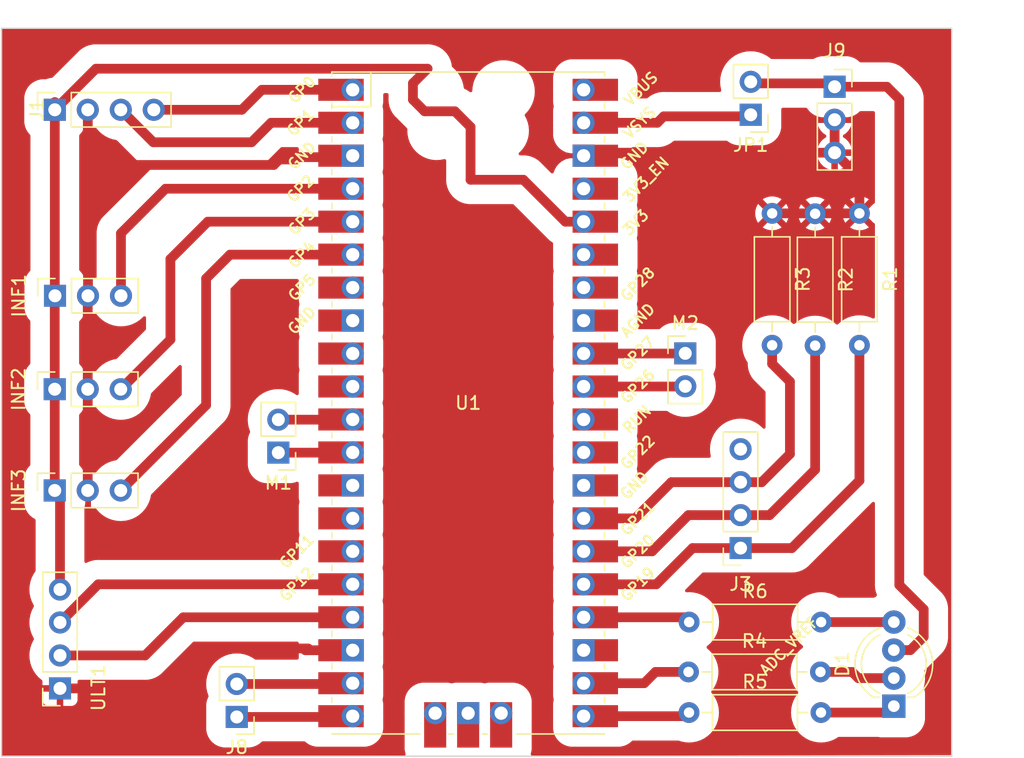
<source format=kicad_pcb>
(kicad_pcb (version 20221018) (generator pcbnew)
  (layers (0 "F.Cu" signal) (31 "B.Cu" signal) (34 "B.Paste" user) (35 "F.Paste" user) (36 "B.SilkS" user "B.Silkscreen") (37 "F.SilkS" user "F.Silkscreen") (38 "B.Mask" user) (39 "F.Mask" user) (44 "Edge.Cuts" user))
  (net 0 "")
  (net 1 "+5V")
  (net 2 "GND")
  (net 3 "Net-(D1-GK)")
  (net 4 "Net-(D1-RK)")
  (net 5 "Net-(D1-BK)")
  (net 6 "3V3")
  (net 7 "INF_L")
  (net 8 "INF_R")
  (net 9 "INF_F")
  (net 10 "RX")
  (net 11 "TX")
  (net 12 "ENB")
  (net 13 "ENA")
  (net 14 "Net-(JP1-A)")
  (net 19 "L_B")
  (net 20 "L_F")
  (net 34 "SW3")
  (net 35 "SW2")
  (net 36 "SW1")
  (net 37 "R_F")
  (net 38 "R_B")
  (net 41 "unconnected-(U1-AGND-Pad33)")
  (net 43 "R_LED")
  (net 44 "G_LED")
  (net 45 "B_LED")
  (net 46 "ECH")
  (net 47 "TRIG")
  (footprint "MCU_RaspberryPi_and_Boards:RPi_Pico_SMD_TH" (layer "F.Cu") (at 241.615 45.6)
    (fp_text reference "U1" (at 0 0) (layer "F.SilkS"))
    (fp_text value "Pico")
    (fp_text user "GP20" (at 13.054 11.43 45) (layer "F.SilkS") (effects (font (size 0.8 0.8))))
    (fp_text user "GP4" (at -12.8 -11.43 45) (layer "F.SilkS") (effects (font (size 0.8 0.8))))
    (fp_text user "AGND" (at 13.054 -6.35 45) (layer "F.SilkS") (effects (font (size 0.8 0.8))))
    (fp_text user "3V3_EN" (at 13.7 -17.2 45) (layer "F.SilkS") (effects (font (size 0.8 0.8))))
    (fp_text user "3V3" (at 12.9 -13.9 45) (layer "F.SilkS") (effects (font (size 0.8 0.8))))
    (fp_text user "GP1" (at -12.9 -21.6 45) (layer "F.SilkS") (effects (font (size 0.8 0.8))))
    (fp_text user "GP5" (at -12.8 -8.89 45) (layer "F.SilkS") (effects (font (size 0.8 0.8))))
    (fp_text user "VSYS" (at 13.2 -21.59 45) (layer "F.SilkS") (effects (font (size 0.8 0.8))))
    (fp_text user "GP21" (at 13.054 8.9 45) (layer "F.SilkS") (effects (font (size 0.8 0.8))))
    (fp_text user "GND" (at 12.8 6.35 45) (layer "F.SilkS") (effects (font (size 0.8 0.8))))
    (fp_text user "GP12" (at -13.2 13.97 45) (layer "F.SilkS") (effects (font (size 0.8 0.8))))
    (fp_text user "GP3" (at -12.8 -13.97 45) (layer "F.SilkS") (effects (font (size 0.8 0.8))))
    (fp_text user "GP2" (at -12.9 -16.51 45) (layer "F.SilkS") (effects (font (size 0.8 0.8))))
    (fp_text user "GP27" (at 13.054 -3.8 45) (layer "F.SilkS") (effects (font (size 0.8 0.8))))
    (fp_text user "RUN" (at 13 1.27 45) (layer "F.SilkS") (effects (font (size 0.8 0.8))))
    (fp_text user "ADC_VREF" (at 24.715 18.715 45) (layer "F.SilkS") (effects (font (size 0.8 0.8))))
    (fp_text user "GP19" (at 13.054 13.97 45) (layer "F.SilkS") (effects (font (size 0.8 0.8))))
    (fp_text user "GND" (at -12.8 -19.05 45) (layer "F.SilkS") (effects (font (size 0.8 0.8))))
    (fp_text user "GP26" (at 13.054 -1.27 45) (layer "F.SilkS") (effects (font (size 0.8 0.8))))
    (fp_text user "GP0" (at -12.8 -24.13 45) (layer "F.SilkS") (effects (font (size 0.8 0.8))))
    (fp_text user "GP22" (at 13.054 3.81 45) (layer "F.SilkS") (effects (font (size 0.8 0.8))))
    (fp_text user "VBUS" (at 13.3 -24.2 45) (layer "F.SilkS") (effects (font (size 0.8 0.8))))
    (fp_text user "GP11" (at -13.2 11.43 45) (layer "F.SilkS") (effects (font (size 0.8 0.8))))
    (fp_text user "GND" (at 12.8 -19.05 45) (layer "F.SilkS") (effects (font (size 0.8 0.8))))
    (fp_text user "GND" (at -12.8 -6.35 45) (layer "F.SilkS") (effects (font (size 0.8 0.8))))
    (fp_text user "GP28" (at 13.054 -9.144 45) (layer "F.SilkS") (effects (font (size 0.8 0.8))))
    (fp_line (start -10.5 -25.5) (end -10.5 -25.2) (stroke (width 0.12)) (layer "F.SilkS"))
    (fp_line (start -10.5 -25.5) (end 10.5 -25.5) (stroke (width 0.12)) (layer "F.SilkS"))
    (fp_line (start -10.5 -23.1) (end -10.5 -22.7) (stroke (width 0.12)) (layer "F.SilkS"))
    (fp_line (start -10.5 -22.833) (end -7.493 -22.833) (stroke (width 0.12)) (layer "F.SilkS"))
    (fp_line (start -10.5 -20.5) (end -10.5 -20.1) (stroke (width 0.12)) (layer "F.SilkS"))
    (fp_line (start -10.5 -18) (end -10.5 -17.6) (stroke (width 0.12)) (layer "F.SilkS"))
    (fp_line (start -10.5 -15.4) (end -10.5 -15) (stroke (width 0.12)) (layer "F.SilkS"))
    (fp_line (start -10.5 -12.9) (end -10.5 -12.5) (stroke (width 0.12)) (layer "F.SilkS"))
    (fp_line (start -10.5 -10.4) (end -10.5 -10) (stroke (width 0.12)) (layer "F.SilkS"))
    (fp_line (start -10.5 -7.8) (end -10.5 -7.4) (stroke (width 0.12)) (layer "F.SilkS"))
    (fp_line (start -10.5 -5.3) (end -10.5 -4.9) (stroke (width 0.12)) (layer "F.SilkS"))
    (fp_line (start -10.5 -2.7) (end -10.5 -2.3) (stroke (width 0.12)) (layer "F.SilkS"))
    (fp_line (start -10.5 -0.2) (end -10.5 0.2) (stroke (width 0.12)) (layer "F.SilkS"))
    (fp_line (start -10.5 2.3) (end -10.5 2.7) (stroke (width 0.12)) (layer "F.SilkS"))
    (fp_line (start -10.5 4.9) (end -10.5 5.3) (stroke (width 0.12)) (layer "F.SilkS"))
    (fp_line (start -10.5 7.4) (end -10.5 7.8) (stroke (width 0.12)) (layer "F.SilkS"))
    (fp_line (start -10.5 10) (end -10.5 10.4) (stroke (width 0.12)) (layer "F.SilkS"))
    (fp_line (start -10.5 12.5) (end -10.5 12.9) (stroke (width 0.12)) (layer "F.SilkS"))
    (fp_line (start -10.5 15.1) (end -10.5 15.5) (stroke (width 0.12)) (layer "F.SilkS"))
    (fp_line (start -10.5 17.6) (end -10.5 18) (stroke (width 0.12)) (layer "F.SilkS"))
    (fp_line (start -10.5 20.1) (end -10.5 20.5) (stroke (width 0.12)) (layer "F.SilkS"))
    (fp_line (start -10.5 22.7) (end -10.5 23.1) (stroke (width 0.12)) (layer "F.SilkS"))
    (fp_line (start -7.493 -22.833) (end -7.493 -25.5) (stroke (width 0.12)) (layer "F.SilkS"))
    (fp_line (start -3.7 25.5) (end -10.5 25.5) (stroke (width 0.12)) (layer "F.SilkS"))
    (fp_line (start -1.5 25.5) (end -1.1 25.5) (stroke (width 0.12)) (layer "F.SilkS"))
    (fp_line (start 1.1 25.5) (end 1.5 25.5) (stroke (width 0.12)) (layer "F.SilkS"))
    (fp_line (start 10.5 -25.5) (end 10.5 -25.2) (stroke (width 0.12)) (layer "F.SilkS"))
    (fp_line (start 10.5 -23.1) (end 10.5 -22.7) (stroke (width 0.12)) (layer "F.SilkS"))
    (fp_line (start 10.5 -20.5) (end 10.5 -20.1) (stroke (width 0.12)) (layer "F.SilkS"))
    (fp_line (start 10.5 -18) (end 10.5 -17.6) (stroke (width 0.12)) (layer "F.SilkS"))
    (fp_line (start 10.5 -15.4) (end 10.5 -15) (stroke (width 0.12)) (layer "F.SilkS"))
    (fp_line (start 10.5 -12.9) (end 10.5 -12.5) (stroke (width 0.12)) (layer "F.SilkS"))
    (fp_line (start 10.5 -10.4) (end 10.5 -10) (stroke (width 0.12)) (layer "F.SilkS"))
    (fp_line (start 10.5 -7.8) (end 10.5 -7.4) (stroke (width 0.12)) (layer "F.SilkS"))
    (fp_line (start 10.5 -5.3) (end 10.5 -4.9) (stroke (width 0.12)) (layer "F.SilkS"))
    (fp_line (start 10.5 -2.7) (end 10.5 -2.3) (stroke (width 0.12)) (layer "F.SilkS"))
    (fp_line (start 10.5 -0.2) (end 10.5 0.2) (stroke (width 0.12)) (layer "F.SilkS"))
    (fp_line (start 10.5 2.3) (end 10.5 2.7) (stroke (width 0.12)) (layer "F.SilkS"))
    (fp_line (start 10.5 4.9) (end 10.5 5.3) (stroke (width 0.12)) (layer "F.SilkS"))
    (fp_line (start 10.5 7.4) (end 10.5 7.8) (stroke (width 0.12)) (layer "F.SilkS"))
    (fp_line (start 10.5 10) (end 10.5 10.4) (stroke (width 0.12)) (layer "F.SilkS"))
    (fp_line (start 10.5 12.5) (end 10.5 12.9) (stroke (width 0.12)) (layer "F.SilkS"))
    (fp_line (start 10.5 15.1) (end 10.5 15.5) (stroke (width 0.12)) (layer "F.SilkS"))
    (fp_line (start 10.5 17.6) (end 10.5 18) (stroke (width 0.12)) (layer "F.SilkS"))
    (fp_line (start 10.5 20.1) (end 10.5 20.5) (stroke (width 0.12)) (layer "F.SilkS"))
    (fp_line (start 10.5 22.7) (end 10.5 23.1) (stroke (width 0.12)) (layer "F.SilkS"))
    (fp_line (start 10.5 25.5) (end 3.7 25.5) (stroke (width 0.12)) (layer "F.SilkS"))
    (pad "" np_thru_hole oval (at -2.725 -24) (size 1.8 1.8) (drill 1.8) (layers "*.Cu" "*.Mask"))
    (pad "" np_thru_hole oval (at -2.425 -20.97) (size 1.5 1.5) (drill 1.5) (layers "*.Cu" "*.Mask"))
    (pad "" np_thru_hole oval (at 2.425 -20.97) (size 1.5 1.5) (drill 1.5) (layers "*.Cu" "*.Mask"))
    (pad "" np_thru_hole oval (at 2.725 -24) (size 1.8 1.8) (drill 1.8) (layers "*.Cu" "*.Mask"))
    (pad "1" thru_hole oval (at -8.89 -24.13) (size 1.7 1.7) (drill 1.02) (layers "*.Cu" "*.Mask") (net 11 "TX"))
    (pad "1" smd rect (at -8.89 -24.13) (size 3.5 1.7) (drill (offset -0.9 0)) (layers "F.Cu" "F.Mask") (net 11 "TX"))
    (pad "2" thru_hole oval (at -8.89 -21.59) (size 1.7 1.7) (drill 1.02) (layers "*.Cu" "*.Mask") (net 10 "RX"))
    (pad "2" smd rect (at -8.89 -21.59) (size 3.5 1.7) (drill (offset -0.9 0)) (layers "F.Cu" "F.Mask") (net 10 "RX"))
    (pad "3" thru_hole rect (at -8.89 -19.05) (size 1.7 1.7) (drill 1.02) (layers "*.Cu" "*.Mask"))
    (pad "3" smd rect (at -8.89 -19.05) (size 3.5 1.7) (drill (offset -0.9 0)) (layers "F.Cu" "F.Mask"))
    (pad "4" thru_hole oval (at -8.89 -16.51) (size 1.7 1.7) (drill 1.02) (layers "*.Cu" "*.Mask") (net 7 "INF_L"))
    (pad "4" smd rect (at -8.89 -16.51) (size 3.5 1.7) (drill (offset -0.9 0)) (layers "F.Cu" "F.Mask") (net 7 "INF_L"))
    (pad "5" thru_hole oval (at -8.89 -13.97) (size 1.7 1.7) (drill 1.02) (layers "*.Cu" "*.Mask") (net 8 "INF_R"))
    (pad "5" smd rect (at -8.89 -13.97) (size 3.5 1.7) (drill (offset -0.9 0)) (layers "F.Cu" "F.Mask") (net 8 "INF_R"))
    (pad "6" thru_hole oval (at -8.89 -11.43) (size 1.7 1.7) (drill 1.02) (layers "*.Cu" "*.Mask") (net 9 "INF_F"))
    (pad "6" smd rect (at -8.89 -11.43) (size 3.5 1.7) (drill (offset -0.9 0)) (layers "F.Cu" "F.Mask") (net 9 "INF_F"))
    (pad "7" thru_hole oval (at -8.89 -8.89) (size 1.7 1.7) (drill 1.02) (layers "*.Cu" "*.Mask"))
    (pad "7" smd rect (at -8.89 -8.89) (size 3.5 1.7) (drill (offset -0.9 0)) (layers "F.Cu" "F.Mask"))
    (pad "8" thru_hole rect (at -8.89 -6.35) (size 1.7 1.7) (drill 1.02) (layers "*.Cu" "*.Mask"))
    (pad "8" smd rect (at -8.89 -6.35) (size 3.5 1.7) (drill (offset -0.9 0)) (layers "F.Cu" "F.Mask"))
    (pad "9" thru_hole oval (at -8.89 -3.81) (size 1.7 1.7) (drill 1.02) (layers "*.Cu" "*.Mask"))
    (pad "9" smd rect (at -8.89 -3.81) (size 3.5 1.7) (drill (offset -0.9 0)) (layers "F.Cu" "F.Mask"))
    (pad "10" thru_hole oval (at -8.89 -1.27) (size 1.7 1.7) (drill 1.02) (layers "*.Cu" "*.Mask"))
    (pad "10" smd rect (at -8.89 -1.27) (size 3.5 1.7) (drill (offset -0.9 0)) (layers "F.Cu" "F.Mask"))
    (pad "11" thru_hole oval (at -8.89 1.27) (size 1.7 1.7) (drill 1.02) (layers "*.Cu" "*.Mask") (net 20 "L_F"))
    (pad "11" smd rect (at -8.89 1.27) (size 3.5 1.7) (drill (offset -0.9 0)) (layers "F.Cu" "F.Mask") (net 20 "L_F"))
    (pad "12" thru_hole oval (at -8.89 3.81) (size 1.7 1.7) (drill 1.02) (layers "*.Cu" "*.Mask") (net 19 "L_B"))
    (pad "12" smd rect (at -8.89 3.81) (size 3.5 1.7) (drill (offset -0.9 0)) (layers "F.Cu" "F.Mask") (net 19 "L_B"))
    (pad "13" thru_hole rect (at -8.89 6.35) (size 1.7 1.7) (drill 1.02) (layers "*.Cu" "*.Mask"))
    (pad "13" smd rect (at -8.89 6.35) (size 3.5 1.7) (drill (offset -0.9 0)) (layers "F.Cu" "F.Mask"))
    (pad "14" thru_hole oval (at -8.89 8.89) (size 1.7 1.7) (drill 1.02) (layers "*.Cu" "*.Mask"))
    (pad "14" smd rect (at -8.89 8.89) (size 3.5 1.7) (drill (offset -0.9 0)) (layers "F.Cu" "F.Mask"))
    (pad "15" thru_hole oval (at -8.89 11.43) (size 1.7 1.7) (drill 1.02) (layers "*.Cu" "*.Mask"))
    (pad "15" smd rect (at -8.89 11.43) (size 3.5 1.7) (drill (offset -0.9 0)) (layers "F.Cu" "F.Mask"))
    (pad "16" thru_hole oval (at -8.89 13.97) (size 1.7 1.7) (drill 1.02) (layers "*.Cu" "*.Mask") (net 47 "TRIG"))
    (pad "16" smd rect (at -8.89 13.97) (size 3.5 1.7) (drill (offset -0.9 0)) (layers "F.Cu" "F.Mask") (net 47 "TRIG"))
    (pad "17" thru_hole oval (at -8.89 16.51) (size 1.7 1.7) (drill 1.02) (layers "*.Cu" "*.Mask") (net 46 "ECH"))
    (pad "17" smd rect (at -8.89 16.51) (size 3.5 1.7) (drill (offset -0.9 0)) (layers "F.Cu" "F.Mask") (net 46 "ECH"))
    (pad "18" thru_hole rect (at -8.89 19.05) (size 1.7 1.7) (drill 1.02) (layers "*.Cu" "*.Mask"))
    (pad "18" smd rect (at -8.89 19.05) (size 3.5 1.7) (drill (offset -0.9 0)) (layers "F.Cu" "F.Mask"))
    (pad "19" thru_hole oval (at -8.89 21.59) (size 1.7 1.7) (drill 1.02) (layers "*.Cu" "*.Mask") (net 13 "ENA"))
    (pad "19" smd rect (at -8.89 21.59) (size 3.5 1.7) (drill (offset -0.9 0)) (layers "F.Cu" "F.Mask") (net 13 "ENA"))
    (pad "20" thru_hole oval (at -8.89 24.13) (size 1.7 1.7) (drill 1.02) (layers "*.Cu" "*.Mask") (net 12 "ENB"))
    (pad "20" smd rect (at -8.89 24.13) (size 3.5 1.7) (drill (offset -0.9 0)) (layers "F.Cu" "F.Mask") (net 12 "ENB"))
    (pad "21" thru_hole oval (at 8.89 24.13) (size 1.7 1.7) (drill 1.02) (layers "*.Cu" "*.Mask") (net 44 "G_LED"))
    (pad "21" smd rect (at 8.89 24.13) (size 3.5 1.7) (drill (offset 0.9 0)) (layers "F.Cu" "F.Mask") (net 44 "G_LED"))
    (pad "22" thru_hole oval (at 8.89 21.59) (size 1.7 1.7) (drill 1.02) (layers "*.Cu" "*.Mask") (net 43 "R_LED"))
    (pad "22" smd rect (at 8.89 21.59) (size 3.5 1.7) (drill (offset 0.9 0)) (layers "F.Cu" "F.Mask") (net 43 "R_LED"))
    (pad "23" thru_hole rect (at 8.89 19.05) (size 1.7 1.7) (drill 1.02) (layers "*.Cu" "*.Mask"))
    (pad "23" smd rect (at 8.89 19.05) (size 3.5 1.7) (drill (offset 0.9 0)) (layers "F.Cu" "F.Mask"))
    (pad "24" thru_hole oval (at 8.89 16.51) (size 1.7 1.7) (drill 1.02) (layers "*.Cu" "*.Mask") (net 45 "B_LED"))
    (pad "24" smd rect (at 8.89 16.51) (size 3.5 1.7) (drill (offset 0.9 0)) (layers "F.Cu" "F.Mask") (net 45 "B_LED"))
    (pad "25" thru_hole oval (at 8.89 13.97) (size 1.7 1.7) (drill 1.02) (layers "*.Cu" "*.Mask") (net 34 "SW3"))
    (pad "25" smd rect (at 8.89 13.97) (size 3.5 1.7) (drill (offset 0.9 0)) (layers "F.Cu" "F.Mask") (net 34 "SW3"))
    (pad "26" thru_hole oval (at 8.89 11.43) (size 1.7 1.7) (drill 1.02) (layers "*.Cu" "*.Mask") (net 35 "SW2"))
    (pad "26" smd rect (at 8.89 11.43) (size 3.5 1.7) (drill (offset 0.9 0)) (layers "F.Cu" "F.Mask") (net 35 "SW2"))
    (pad "27" thru_hole oval (at 8.89 8.89) (size 1.7 1.7) (drill 1.02) (layers "*.Cu" "*.Mask") (net 36 "SW1"))
    (pad "27" smd rect (at 8.89 8.89) (size 3.5 1.7) (drill (offset 0.9 0)) (layers "F.Cu" "F.Mask") (net 36 "SW1"))
    (pad "28" thru_hole rect (at 8.89 6.35) (size 1.7 1.7) (drill 1.02) (layers "*.Cu" "*.Mask"))
    (pad "28" smd rect (at 8.89 6.35) (size 3.5 1.7) (drill (offset 0.9 0)) (layers "F.Cu" "F.Mask"))
    (pad "29" thru_hole oval (at 8.89 3.81) (size 1.7 1.7) (drill 1.02) (layers "*.Cu" "*.Mask"))
    (pad "29" smd rect (at 8.89 3.81) (size 3.5 1.7) (drill (offset 0.9 0)) (layers "F.Cu" "F.Mask"))
    (pad "30" thru_hole oval (at 8.89 1.27) (size 1.7 1.7) (drill 1.02) (layers "*.Cu" "*.Mask"))
    (pad "30" smd rect (at 8.89 1.27) (size 3.5 1.7) (drill (offset 0.9 0)) (layers "F.Cu" "F.Mask"))
    (pad "31" thru_hole oval (at 8.89 -1.27) (size 1.7 1.7) (drill 1.02) (layers "*.Cu" "*.Mask") (net 38 "R_B"))
    (pad "31" smd rect (at 8.89 -1.27) (size 3.5 1.7) (drill (offset 0.9 0)) (layers "F.Cu" "F.Mask") (net 38 "R_B"))
    (pad "32" thru_hole oval (at 8.89 -3.81) (size 1.7 1.7) (drill 1.02) (layers "*.Cu" "*.Mask") (net 37 "R_F"))
    (pad "32" smd rect (at 8.89 -3.81) (size 3.5 1.7) (drill (offset 0.9 0)) (layers "F.Cu" "F.Mask") (net 37 "R_F"))
    (pad "33" thru_hole rect (at 8.89 -6.35) (size 1.7 1.7) (drill 1.02) (layers "*.Cu" "*.Mask") (net 41 "unconnected-(U1-AGND-Pad33)"))
    (pad "33" smd rect (at 8.89 -6.35) (size 3.5 1.7) (drill (offset 0.9 0)) (layers "F.Cu" "F.Mask") (net 41 "unconnected-(U1-AGND-Pad33)"))
    (pad "34" thru_hole oval (at 8.89 -8.89) (size 1.7 1.7) (drill 1.02) (layers "*.Cu" "*.Mask"))
    (pad "34" smd rect (at 8.89 -8.89) (size 3.5 1.7) (drill (offset 0.9 0)) (layers "F.Cu" "F.Mask"))
    (pad "35" thru_hole oval (at 8.89 -11.43) (size 1.7 1.7) (drill 1.02) (layers "*.Cu" "*.Mask"))
    (pad "35" smd rect (at 8.89 -11.43) (size 3.5 1.7) (drill (offset 0.9 0)) (layers "F.Cu" "F.Mask"))
    (pad "36" thru_hole oval (at 8.89 -13.97) (size 1.7 1.7) (drill 1.02) (layers "*.Cu" "*.Mask") (net 6 "3V3"))
    (pad "36" smd rect (at 8.89 -13.97) (size 3.5 1.7) (drill (offset 0.9 0)) (layers "F.Cu" "F.Mask") (net 6 "3V3"))
    (pad "37" thru_hole oval (at 8.89 -16.51) (size 1.7 1.7) (drill 1.02) (layers "*.Cu" "*.Mask"))
    (pad "37" smd rect (at 8.89 -16.51) (size 3.5 1.7) (drill (offset 0.9 0)) (layers "F.Cu" "F.Mask"))
    (pad "38" thru_hole rect (at 8.89 -19.05) (size 1.7 1.7) (drill 1.02) (layers "*.Cu" "*.Mask") (net 2 "GND"))
    (pad "38" smd rect (at 8.89 -19.05) (size 3.5 1.7) (drill (offset 0.9 0)) (layers "F.Cu" "F.Mask") (net 2 "GND"))
    (pad "39" thru_hole oval (at 8.89 -21.59) (size 1.7 1.7) (drill 1.02) (layers "*.Cu" "*.Mask") (net 14 "Net-(JP1-A)"))
    (pad "39" smd rect (at 8.89 -21.59) (size 3.5 1.7) (drill (offset 0.9 0)) (layers "F.Cu" "F.Mask") (net 14 "Net-(JP1-A)"))
    (pad "40" thru_hole oval (at 8.89 -24.13) (size 1.7 1.7) (drill 1.02) (layers "*.Cu" "*.Mask"))
    (pad "40" smd rect (at 8.89 -24.13) (size 3.5 1.7) (drill (offset 0.9 0)) (layers "F.Cu" "F.Mask"))
    (pad "41" thru_hole oval (at -2.54 23.9) (size 1.7 1.7) (drill 1.02) (layers "*.Cu" "*.Mask"))
    (pad "41" smd rect (at -2.54 23.9 90) (size 3.5 1.7) (drill (offset -0.9 0)) (layers "F.Cu" "F.Mask"))
    (pad "42" thru_hole rect (at 0 23.9) (size 1.7 1.7) (drill 1.02) (layers "*.Cu" "*.Mask"))
    (pad "42" smd rect (at 0 23.9 90) (size 3.5 1.7) (drill (offset -0.9 0)) (layers "F.Cu" "F.Mask"))
    (pad "43" thru_hole oval (at 2.54 23.9) (size 1.7 1.7) (drill 1.02) (layers "*.Cu" "*.Mask"))
    (pad "43" smd rect (at 2.54 23.9 90) (size 3.5 1.7) (drill (offset -0.9 0)) (layers "F.Cu" "F.Mask"))
  )
  (footprint "Resistor_THT:R_Axial_DIN0207_L6.3mm_D2.5mm_P10.16mm_Horizontal" (layer "F.Cu") (at 258.62 69.45)
    (fp_text reference "R5" (at 5.08 -2.37) (layer "F.SilkS"))
    (fp_text value "220")
    (fp_line (start 1.04 0) (end 1.81 0) (stroke (width 0.12)) (layer "F.SilkS"))
    (fp_line (start 1.81 -1.37) (end 1.81 1.37) (stroke (width 0.12)) (layer "F.SilkS"))
    (fp_line (start 1.81 1.37) (end 8.35 1.37) (stroke (width 0.12)) (layer "F.SilkS"))
    (fp_line (start 8.35 -1.37) (end 1.81 -1.37) (stroke (width 0.12)) (layer "F.SilkS"))
    (fp_line (start 8.35 1.37) (end 8.35 -1.37) (stroke (width 0.12)) (layer "F.SilkS"))
    (fp_line (start 9.12 0) (end 8.35 0) (stroke (width 0.12)) (layer "F.SilkS"))
    (pad "1" thru_hole circle (at 0 0) (size 1.6 1.6) (drill 0.8) (layers "*.Cu" "*.Mask") (net 44 "G_LED"))
    (pad "2" thru_hole oval (at 10.16 0) (size 1.6 1.6) (drill 0.8) (layers "*.Cu" "*.Mask") (net 3 "Net-(D1-GK)"))
  )
  (footprint "Connector_PinHeader_2.54mm:PinHeader_1x02_P2.54mm_Vertical" (layer "F.Cu") (at 258.33 41.775)
    (fp_text reference "M2" (at 0 -2.33) (layer "F.SilkS"))
    (fp_text value "MotorR_B/F" hide)
    (fp_line (start -1.33 -1.33) (end 0 -1.33) (stroke (width 0.12)) (layer "F.SilkS"))
    (fp_line (start -1.33 0) (end -1.33 -1.33) (stroke (width 0.12)) (layer "F.SilkS"))
    (fp_line (start -1.33 1.27) (end -1.33 3.87) (stroke (width 0.12)) (layer "F.SilkS"))
    (fp_line (start -1.33 1.27) (end 1.33 1.27) (stroke (width 0.12)) (layer "F.SilkS"))
    (fp_line (start -1.33 3.87) (end 1.33 3.87) (stroke (width 0.12)) (layer "F.SilkS"))
    (fp_line (start 1.33 1.27) (end 1.33 3.87) (stroke (width 0.12)) (layer "F.SilkS"))
    (pad "1" thru_hole rect (at 0 0) (size 1.7 1.7) (drill 1) (layers "*.Cu" "*.Mask") (net 37 "R_F"))
    (pad "2" thru_hole oval (at 0 2.54) (size 1.7 1.7) (drill 1) (layers "*.Cu" "*.Mask") (net 38 "R_B"))
  )
  (footprint "Connector_PinHeader_2.54mm:PinHeader_1x02_P2.54mm_Vertical" (layer "F.Cu") (at 227 49.425 180)
    (fp_text reference "M1" (at 0 -2.33) (layer "F.SilkS"))
    (fp_text value "MotorL_F/B" hide)
    (fp_line (start -1.33 -1.33) (end 0 -1.33) (stroke (width 0.12)) (layer "F.SilkS"))
    (fp_line (start -1.33 0) (end -1.33 -1.33) (stroke (width 0.12)) (layer "F.SilkS"))
    (fp_line (start -1.33 1.27) (end -1.33 3.87) (stroke (width 0.12)) (layer "F.SilkS"))
    (fp_line (start -1.33 1.27) (end 1.33 1.27) (stroke (width 0.12)) (layer "F.SilkS"))
    (fp_line (start -1.33 3.87) (end 1.33 3.87) (stroke (width 0.12)) (layer "F.SilkS"))
    (fp_line (start 1.33 1.27) (end 1.33 3.87) (stroke (width 0.12)) (layer "F.SilkS"))
    (pad "1" thru_hole rect (at 0 0 180) (size 1.7 1.7) (drill 1) (layers "*.Cu" "*.Mask") (net 19 "L_B"))
    (pad "2" thru_hole oval (at 0 2.54 180) (size 1.7 1.7) (drill 1) (layers "*.Cu" "*.Mask") (net 20 "L_F"))
  )
  (footprint "Connector_PinHeader_2.54mm:PinHeader_1x02_P2.54mm_Vertical" (layer "F.Cu") (at 223.8 69.79 180)
    (fp_text reference "J8" (at 0 -2.33) (layer "F.SilkS"))
    (fp_text value "ENA/B")
    (fp_line (start -1.33 -1.33) (end 0 -1.33) (stroke (width 0.12)) (layer "F.SilkS"))
    (fp_line (start -1.33 0) (end -1.33 -1.33) (stroke (width 0.12)) (layer "F.SilkS"))
    (fp_line (start -1.33 1.27) (end -1.33 3.87) (stroke (width 0.12)) (layer "F.SilkS"))
    (fp_line (start -1.33 1.27) (end 1.33 1.27) (stroke (width 0.12)) (layer "F.SilkS"))
    (fp_line (start -1.33 3.87) (end 1.33 3.87) (stroke (width 0.12)) (layer "F.SilkS"))
    (fp_line (start 1.33 1.27) (end 1.33 3.87) (stroke (width 0.12)) (layer "F.SilkS"))
    (pad "1" thru_hole rect (at 0 0 180) (size 1.7 1.7) (drill 1) (layers "*.Cu" "*.Mask") (net 12 "ENB"))
    (pad "2" thru_hole oval (at 0 2.54 180) (size 1.7 1.7) (drill 1) (layers "*.Cu" "*.Mask") (net 13 "ENA"))
  )
  (footprint "Connector_PinSocket_2.54mm:PinSocket_1x04_P2.54mm_Vertical" (layer "F.Cu") (at 262.59 56.78 180)
    (fp_text reference "J3" (at 0 -2.77) (layer "F.SilkS"))
    (fp_text value "SW")
    (fp_line (start -1.33 1.27) (end -1.33 8.95) (stroke (width 0.12)) (layer "F.SilkS"))
    (fp_line (start -1.33 1.27) (end 1.33 1.27) (stroke (width 0.12)) (layer "F.SilkS"))
    (fp_line (start -1.33 8.95) (end 1.33 8.95) (stroke (width 0.12)) (layer "F.SilkS"))
    (fp_line (start 0 -1.33) (end 1.33 -1.33) (stroke (width 0.12)) (layer "F.SilkS"))
    (fp_line (start 1.33 -1.33) (end 1.33 0) (stroke (width 0.12)) (layer "F.SilkS"))
    (fp_line (start 1.33 1.27) (end 1.33 8.95) (stroke (width 0.12)) (layer "F.SilkS"))
    (pad "1" thru_hole rect (at 0 0 180) (size 1.7 1.7) (drill 1) (layers "*.Cu" "*.Mask") (net 2 "GND"))
    (pad "2" thru_hole circle (at 0 2.54 180) (size 1.7 1.7) (drill 1) (layers "*.Cu" "B.Mask") (net 34 "SW3"))
    (pad "3" thru_hole oval (at 0 5.08 180) (size 1.7 1.7) (drill 1) (layers "*.Cu" "*.Mask") (net 35 "SW2"))
    (pad "4" thru_hole oval (at 0 7.62 180) (size 1.7 1.7) (drill 1) (layers "*.Cu" "*.Mask") (net 36 "SW1"))
  )
  (footprint "Resistor_THT:R_Axial_DIN0207_L6.3mm_D2.5mm_P10.16mm_Horizontal" (layer "F.Cu") (at 258.58 66.32)
    (fp_text reference "R4" (at 5.08 -2.37) (layer "F.SilkS"))
    (fp_text value "220")
    (fp_line (start 1.04 0) (end 1.81 0) (stroke (width 0.12)) (layer "F.SilkS"))
    (fp_line (start 1.81 -1.37) (end 1.81 1.37) (stroke (width 0.12)) (layer "F.SilkS"))
    (fp_line (start 1.81 1.37) (end 8.35 1.37) (stroke (width 0.12)) (layer "F.SilkS"))
    (fp_line (start 8.35 -1.37) (end 1.81 -1.37) (stroke (width 0.12)) (layer "F.SilkS"))
    (fp_line (start 8.35 1.37) (end 8.35 -1.37) (stroke (width 0.12)) (layer "F.SilkS"))
    (fp_line (start 9.12 0) (end 8.35 0) (stroke (width 0.12)) (layer "F.SilkS"))
    (pad "1" thru_hole circle (at 0 0) (size 1.6 1.6) (drill 0.8) (layers "*.Cu" "*.Mask") (net 43 "R_LED"))
    (pad "2" thru_hole oval (at 10.16 0) (size 1.6 1.6) (drill 0.8) (layers "*.Cu" "*.Mask") (net 4 "Net-(D1-RK)"))
  )
  (footprint "Connector_PinHeader_2.54mm:PinHeader_1x02_P2.54mm_Vertical" (layer "F.Cu") (at 263.37 23.395 180)
    (fp_text reference "JP1" (at 0 -2.33) (layer "F.SilkS"))
    (fp_text value "Jumper_2_Open" hide)
    (fp_line (start -1.33 -1.33) (end 0 -1.33) (stroke (width 0.12)) (layer "F.SilkS"))
    (fp_line (start -1.33 0) (end -1.33 -1.33) (stroke (width 0.12)) (layer "F.SilkS"))
    (fp_line (start -1.33 1.27) (end -1.33 3.87) (stroke (width 0.12)) (layer "F.SilkS"))
    (fp_line (start -1.33 1.27) (end 1.33 1.27) (stroke (width 0.12)) (layer "F.SilkS"))
    (fp_line (start -1.33 3.87) (end 1.33 3.87) (stroke (width 0.12)) (layer "F.SilkS"))
    (fp_line (start 1.33 1.27) (end 1.33 3.87) (stroke (width 0.12)) (layer "F.SilkS"))
    (pad "1" thru_hole rect (at 0 0 180) (size 1.7 1.7) (drill 1) (layers "*.Cu" "*.Mask") (net 14 "Net-(JP1-A)"))
    (pad "2" thru_hole oval (at 0 2.54 180) (size 1.7 1.7) (drill 1) (layers "*.Cu" "*.Mask") (net 1 "+5V"))
  )
  (footprint "Connector_PinSocket_2.54mm:PinSocket_1x03_P2.54mm_Vertical" (layer "F.Cu") (at 269.83 21.235)
    (fp_text reference "J9" (at 0 -2.77) (layer "F.SilkS"))
    (fp_text value "VCC/GND")
    (fp_line (start -1.33 1.27) (end -1.33 6.41) (stroke (width 0.12)) (layer "F.SilkS"))
    (fp_line (start -1.33 1.27) (end 1.33 1.27) (stroke (width 0.12)) (layer "F.SilkS"))
    (fp_line (start -1.33 6.41) (end 1.33 6.41) (stroke (width 0.12)) (layer "F.SilkS"))
    (fp_line (start 0 -1.33) (end 1.33 -1.33) (stroke (width 0.12)) (layer "F.SilkS"))
    (fp_line (start 1.33 -1.33) (end 1.33 0) (stroke (width 0.12)) (layer "F.SilkS"))
    (fp_line (start 1.33 1.27) (end 1.33 6.41) (stroke (width 0.12)) (layer "F.SilkS"))
    (pad "1" thru_hole rect (at 0 0) (size 1.7 1.7) (drill 1) (layers "*.Cu" "*.Mask") (net 1 "+5V"))
    (pad "2" thru_hole oval (at 0 2.54) (size 1.7 1.7) (drill 1) (layers "*.Cu" "*.Mask") (net 2 "GND"))
    (pad "3" thru_hole oval (at 0 5.08) (size 1.7 1.7) (drill 1) (layers "*.Cu" "*.Mask") (net 2 "GND"))
  )
  (footprint "Resistor_THT:R_Axial_DIN0207_L6.3mm_D2.5mm_P10.16mm_Horizontal" (layer "F.Cu") (at 258.63 62.48)
    (fp_text reference "R6" (at 5.08 -2.37) (layer "F.SilkS"))
    (fp_text value "220")
    (fp_line (start 1.04 0) (end 1.81 0) (stroke (width 0.12)) (layer "F.SilkS"))
    (fp_line (start 1.81 -1.37) (end 1.81 1.37) (stroke (width 0.12)) (layer "F.SilkS"))
    (fp_line (start 1.81 1.37) (end 8.35 1.37) (stroke (width 0.12)) (layer "F.SilkS"))
    (fp_line (start 8.35 -1.37) (end 1.81 -1.37) (stroke (width 0.12)) (layer "F.SilkS"))
    (fp_line (start 8.35 1.37) (end 8.35 -1.37) (stroke (width 0.12)) (layer "F.SilkS"))
    (fp_line (start 9.12 0) (end 8.35 0) (stroke (width 0.12)) (layer "F.SilkS"))
    (pad "1" thru_hole circle (at 0 0) (size 1.6 1.6) (drill 0.8) (layers "*.Cu" "*.Mask") (net 45 "B_LED"))
    (pad "2" thru_hole oval (at 10.16 0) (size 1.6 1.6) (drill 0.8) (layers "*.Cu" "*.Mask") (net 5 "Net-(D1-BK)"))
  )
  (footprint "Connector_PinSocket_2.54mm:PinSocket_1x03_P2.54mm_Vertical" (layer "F.Cu") (at 209.805 37.34 90)
    (fp_text reference "INF1" (at 0 -2.77 90) (layer "F.SilkS"))
    (fp_text value "Infrarrojo_L")
    (fp_line (start -1.33 1.27) (end -1.33 6.41) (stroke (width 0.12)) (layer "F.SilkS"))
    (fp_line (start -1.33 1.27) (end 1.33 1.27) (stroke (width 0.12)) (layer "F.SilkS"))
    (fp_line (start -1.33 6.41) (end 1.33 6.41) (stroke (width 0.12)) (layer "F.SilkS"))
    (fp_line (start 0 -1.33) (end 1.33 -1.33) (stroke (width 0.12)) (layer "F.SilkS"))
    (fp_line (start 1.33 -1.33) (end 1.33 0) (stroke (width 0.12)) (layer "F.SilkS"))
    (fp_line (start 1.33 1.27) (end 1.33 6.41) (stroke (width 0.12)) (layer "F.SilkS"))
    (pad "1" thru_hole rect (at 0 0 90) (size 1.7 1.7) (drill 1) (layers "*.Cu" "*.Mask") (net 6 "3V3"))
    (pad "2" thru_hole oval (at 0 2.54 90) (size 1.7 1.7) (drill 1) (layers "*.Cu" "*.Mask") (net 2 "GND"))
    (pad "3" thru_hole oval (at 0 5.08 90) (size 1.7 1.7) (drill 1) (layers "*.Cu" "*.Mask") (net 7 "INF_L"))
  )
  (footprint "Resistor_THT:R_Axial_DIN0207_L6.3mm_D2.5mm_P10.16mm_Horizontal" (layer "F.Cu") (at 265.02 30.99 -90)
    (fp_text reference "R3" (at 5.08 -2.37 90) (layer "F.SilkS"))
    (fp_text value "R")
    (fp_line (start 1.04 0) (end 1.81 0) (stroke (width 0.12)) (layer "F.SilkS"))
    (fp_line (start 1.81 -1.37) (end 1.81 1.37) (stroke (width 0.12)) (layer "F.SilkS"))
    (fp_line (start 1.81 1.37) (end 8.35 1.37) (stroke (width 0.12)) (layer "F.SilkS"))
    (fp_line (start 8.35 -1.37) (end 1.81 -1.37) (stroke (width 0.12)) (layer "F.SilkS"))
    (fp_line (start 8.35 1.37) (end 8.35 -1.37) (stroke (width 0.12)) (layer "F.SilkS"))
    (fp_line (start 9.12 0) (end 8.35 0) (stroke (width 0.12)) (layer "F.SilkS"))
    (pad "1" thru_hole circle (at 0 0 270) (size 1.6 1.6) (drill 0.8) (layers "*.Cu" "*.Mask") (net 2 "GND"))
    (pad "2" thru_hole oval (at 10.16 0 270) (size 1.6 1.6) (drill 0.8) (layers "*.Cu" "*.Mask") (net 36 "SW1"))
  )
  (footprint "Connector_PinSocket_2.54mm:PinSocket_1x04_P2.54mm_Vertical" (layer "F.Cu") (at 210.19 67.59 180)
    (fp_text reference "ULT1" (at -2.96 0.04 90) (layer "F.SilkS"))
    (fp_text value "HC_SR04" hide)
    (fp_line (start -1.33 1.27) (end -1.33 8.95) (stroke (width 0.12)) (layer "F.SilkS"))
    (fp_line (start -1.33 1.27) (end 1.33 1.27) (stroke (width 0.12)) (layer "F.SilkS"))
    (fp_line (start -1.33 8.95) (end 1.33 8.95) (stroke (width 0.12)) (layer "F.SilkS"))
    (fp_line (start 0 -1.33) (end 1.33 -1.33) (stroke (width 0.12)) (layer "F.SilkS"))
    (fp_line (start 1.33 -1.33) (end 1.33 0) (stroke (width 0.12)) (layer "F.SilkS"))
    (fp_line (start 1.33 1.27) (end 1.33 8.95) (stroke (width 0.12)) (layer "F.SilkS"))
    (pad "1" thru_hole rect (at 0 0 180) (size 1.7 1.7) (drill 1) (layers "*.Cu" "*.Mask") (net 2 "GND"))
    (pad "2" thru_hole oval (at 0 2.54 180) (size 1.7 1.7) (drill 1) (layers "*.Cu" "*.Mask") (net 46 "ECH"))
    (pad "3" thru_hole oval (at 0 5.08 180) (size 1.7 1.7) (drill 1) (layers "*.Cu" "*.Mask") (net 47 "TRIG"))
    (pad "4" thru_hole oval (at 0 7.62 180) (size 1.7 1.7) (drill 1) (layers "*.Cu" "*.Mask") (net 6 "3V3"))
  )
  (footprint "Resistor_THT:R_Axial_DIN0207_L6.3mm_D2.5mm_P10.16mm_Horizontal" (layer "F.Cu") (at 271.74 30.99 -90)
    (fp_text reference "R1" (at 5.08 -2.37 90) (layer "F.SilkS"))
    (fp_text value "R")
    (fp_line (start 1.04 0) (end 1.81 0) (stroke (width 0.12)) (layer "F.SilkS"))
    (fp_line (start 1.81 -1.37) (end 1.81 1.37) (stroke (width 0.12)) (layer "F.SilkS"))
    (fp_line (start 1.81 1.37) (end 8.35 1.37) (stroke (width 0.12)) (layer "F.SilkS"))
    (fp_line (start 8.35 -1.37) (end 1.81 -1.37) (stroke (width 0.12)) (layer "F.SilkS"))
    (fp_line (start 8.35 1.37) (end 8.35 -1.37) (stroke (width 0.12)) (layer "F.SilkS"))
    (fp_line (start 9.12 0) (end 8.35 0) (stroke (width 0.12)) (layer "F.SilkS"))
    (pad "1" thru_hole circle (at 0 0 270) (size 1.6 1.6) (drill 0.8) (layers "*.Cu" "*.Mask") (net 2 "GND"))
    (pad "2" thru_hole oval (at 10.16 0 270) (size 1.6 1.6) (drill 0.8) (layers "*.Cu" "*.Mask") (net 34 "SW3"))
  )
  (footprint "Connector_PinSocket_2.54mm:PinSocket_1x03_P2.54mm_Vertical" (layer "F.Cu") (at 209.785 52.34 90)
    (fp_text reference "INF3" (at 0 -2.77 90) (layer "F.SilkS"))
    (fp_text value "Infrarrojo_F")
    (fp_line (start -1.33 1.27) (end -1.33 6.41) (stroke (width 0.12)) (layer "F.SilkS"))
    (fp_line (start -1.33 1.27) (end 1.33 1.27) (stroke (width 0.12)) (layer "F.SilkS"))
    (fp_line (start -1.33 6.41) (end 1.33 6.41) (stroke (width 0.12)) (layer "F.SilkS"))
    (fp_line (start 0 -1.33) (end 1.33 -1.33) (stroke (width 0.12)) (layer "F.SilkS"))
    (fp_line (start 1.33 -1.33) (end 1.33 0) (stroke (width 0.12)) (layer "F.SilkS"))
    (fp_line (start 1.33 1.27) (end 1.33 6.41) (stroke (width 0.12)) (layer "F.SilkS"))
    (pad "1" thru_hole rect (at 0 0 90) (size 1.7 1.7) (drill 1) (layers "*.Cu" "*.Mask") (net 6 "3V3"))
    (pad "2" thru_hole oval (at 0 2.54 90) (size 1.7 1.7) (drill 1) (layers "*.Cu" "*.Mask") (net 2 "GND"))
    (pad "3" thru_hole oval (at 0 5.08 90) (size 1.7 1.7) (drill 1) (layers "*.Cu" "*.Mask") (net 9 "INF_F"))
  )
  (footprint "Connector_PinSocket_2.54mm:PinSocket_1x04_P2.54mm_Vertical" (layer "F.Cu") (at 209.79 23.01 90)
    (fp_text reference "J1" (at 0 -1.38 90) (layer "F.SilkS"))
    (fp_text value "BT")
    (fp_line (start -1.33 1.27) (end -1.33 8.95) (stroke (width 0.12)) (layer "F.SilkS"))
    (fp_line (start -1.33 1.27) (end 1.33 1.27) (stroke (width 0.12)) (layer "F.SilkS"))
    (fp_line (start -1.33 8.95) (end 1.33 8.95) (stroke (width 0.12)) (layer "F.SilkS"))
    (fp_line (start 0 -1.33) (end 1.33 -1.33) (stroke (width 0.12)) (layer "F.SilkS"))
    (fp_line (start 1.33 -1.33) (end 1.33 0) (stroke (width 0.12)) (layer "F.SilkS"))
    (fp_line (start 1.33 1.27) (end 1.33 8.95) (stroke (width 0.12)) (layer "F.SilkS"))
    (pad "1" thru_hole rect (at 0 0 90) (size 1.7 1.7) (drill 1) (layers "*.Cu" "*.Mask") (net 6 "3V3"))
    (pad "2" thru_hole oval (at 0 2.54 90) (size 1.7 1.7) (drill 1) (layers "*.Cu" "*.Mask") (net 2 "GND"))
    (pad "3" thru_hole oval (at 0 5.08 90) (size 1.7 1.7) (drill 1) (layers "*.Cu" "*.Mask") (net 10 "RX"))
    (pad "4" thru_hole oval (at 0 7.62 90) (size 1.7 1.7) (drill 1) (layers "*.Cu" "*.Mask") (net 11 "TX"))
  )
  (footprint "LED_THT:LED_D5.0mm-4_RGB_Wide_Pins" (layer "F.Cu") (at 274.39 68.957 90)
    (fp_text reference "D1" (at 3.2385 -3.96 90) (layer "F.SilkS"))
    (fp_text value "LED_GRAB")
    (fp_line (start 0.6785 -1.545) (end 0.6785 -1.08) (stroke (width 0.12)) (layer "F.SilkS"))
    (fp_line (start 0.6785 1.08) (end 0.6785 1.545) (stroke (width 0.12)) (layer "F.SilkS"))
    (fp_arc (start 0.6785 -1.54483) (mid 3.496956 -2.978809) (end 6.026315 -1.080827) (stroke (width 0.12)) (layer "F.SilkS"))
    (fp_arc (start 0.983816 -1.08) (mid 3.238262 -2.5) (end 5.492979 -1.080429) (stroke (width 0.12)) (layer "F.SilkS"))
    (fp_arc (start 5.492979 1.080429) (mid 3.238262 2.5) (end 0.983816 1.08) (stroke (width 0.12)) (layer "F.SilkS"))
    (fp_arc (start 6.026315 1.080827) (mid 3.496956 2.978808) (end 0.6785 1.54483) (stroke (width 0.12)) (layer "F.SilkS"))
    (pad "1" thru_hole rect (at 0 0 90) (size 1.8 1.8) (drill 0.9) (layers "*.Cu" "*.Mask") (net 3 "Net-(D1-GK)"))
    (pad "2" thru_hole circle (at 2.159 0 90) (size 1.8 1.8) (drill 0.9) (layers "*.Cu" "*.Mask") (net 4 "Net-(D1-RK)"))
    (pad "3" thru_hole circle (at 4.318 0 90) (size 1.8 1.8) (drill 0.9) (layers "*.Cu" "*.Mask") (net 1 "+5V"))
    (pad "4" thru_hole circle (at 6.477 0 90) (size 1.8 1.8) (drill 0.9) (layers "*.Cu" "*.Mask") (net 5 "Net-(D1-BK)"))
  )
  (footprint "Resistor_THT:R_Axial_DIN0207_L6.3mm_D2.5mm_P10.16mm_Horizontal" (layer "F.Cu") (at 268.33 31.02 -90)
    (fp_text reference "R2" (at 5.08 -2.37 90) (layer "F.SilkS"))
    (fp_text value "R")
    (fp_line (start 1.04 0) (end 1.81 0) (stroke (width 0.12)) (layer "F.SilkS"))
    (fp_line (start 1.81 -1.37) (end 1.81 1.37) (stroke (width 0.12)) (layer "F.SilkS"))
    (fp_line (start 1.81 1.37) (end 8.35 1.37) (stroke (width 0.12)) (layer "F.SilkS"))
    (fp_line (start 8.35 -1.37) (end 1.81 -1.37) (stroke (width 0.12)) (layer "F.SilkS"))
    (fp_line (start 8.35 1.37) (end 8.35 -1.37) (stroke (width 0.12)) (layer "F.SilkS"))
    (fp_line (start 9.12 0) (end 8.35 0) (stroke (width 0.12)) (layer "F.SilkS"))
    (pad "1" thru_hole circle (at 0 0 270) (size 1.6 1.6) (drill 0.8) (layers "*.Cu" "*.Mask") (net 2 "GND"))
    (pad "2" thru_hole oval (at 10.16 0 270) (size 1.6 1.6) (drill 0.8) (layers "*.Cu" "*.Mask") (net 35 "SW2"))
  )
  (footprint "Connector_PinSocket_2.54mm:PinSocket_1x03_P2.54mm_Vertical" (layer "F.Cu") (at 209.785 44.54 90)
    (fp_text reference "INF2" (at 0 -2.77 90) (layer "F.SilkS"))
    (fp_text value "Infrrarrojo_R")
    (fp_line (start -1.33 1.27) (end -1.33 6.41) (stroke (width 0.12)) (layer "F.SilkS"))
    (fp_line (start -1.33 1.27) (end 1.33 1.27) (stroke (width 0.12)) (layer "F.SilkS"))
    (fp_line (start -1.33 6.41) (end 1.33 6.41) (stroke (width 0.12)) (layer "F.SilkS"))
    (fp_line (start 0 -1.33) (end 1.33 -1.33) (stroke (width 0.12)) (layer "F.SilkS"))
    (fp_line (start 1.33 -1.33) (end 1.33 0) (stroke (width 0.12)) (layer "F.SilkS"))
    (fp_line (start 1.33 1.27) (end 1.33 6.41) (stroke (width 0.12)) (layer "F.SilkS"))
    (pad "1" thru_hole rect (at 0 0 90) (size 1.7 1.7) (drill 1) (layers "*.Cu" "*.Mask") (net 6 "3V3"))
    (pad "2" thru_hole oval (at 0 2.54 90) (size 1.7 1.7) (drill 1) (layers "*.Cu" "*.Mask") (net 2 "GND"))
    (pad "3" thru_hole oval (at 0 5.08 90) (size 1.7 1.7) (drill 1) (layers "*.Cu" "*.Mask") (net 8 "INF_R"))
  )
  (gr_rect (start 205.69 16.73) (end 278.85 72.815) (stroke (width 0.1)) (fill none) (layer "Edge.Cuts"))
  (segment (start 273.855 21.235) (end 269.83 21.235) (width 0.75) (layer "F.Cu") (net 1))
  (segment (start 274.81 59.62) (end 274.81 22.19) (width 0.75) (layer "F.Cu") (net 1))
  (segment (start 269.57 20.975) (end 269.83 21.235) (width 0.75) (layer "F.Cu") (net 1))
  (segment (start 276.69 63.611792) (end 276.69 61.5) (width 0.75) (layer "F.Cu") (net 1))
  (segment (start 274.44 64.642) (end 274.649808 64.642) (width 0.75) (layer "F.Cu") (net 1))
  (segment (start 263.04 20.975) (end 269.57 20.975) (width 0.75) (layer "F.Cu") (net 1))
  (segment (start 274.81 22.19) (end 273.855 21.235) (width 0.75) (layer "F.Cu") (net 1))
  (segment (start 275.662792 64.639) (end 276.69 63.611792) (width 0.75) (layer "F.Cu") (net 1))
  (segment (start 274.39 64.639) (end 275.662792 64.639) (width 0.75) (layer "F.Cu") (net 1))
  (segment (start 276.69 61.5) (end 274.81 59.62) (width 0.75) (layer "F.Cu") (net 1))
  (segment (start 226.65 27.26) (end 212.345 27.26) (width 0.75) (layer "F.Cu") (net 2))
  (segment (start 229.08 64.65) (end 228.94 64.51) (width 0.75) (layer "F.Cu") (net 2))
  (segment (start 271.74 30.99) (end 271.74 28.225) (width 0.75) (layer "F.Cu") (net 2))
  (segment (start 271.74 28.225) (end 269.83 26.315) (width 0.75) (layer "F.Cu") (net 2))
  (segment (start 269.83 23.775) (end 269.83 26.315) (width 0.75) (layer "F.Cu") (net 2))
  (segment (start 212.345 27.075) (end 212.33 27.06) (width 0.75) (layer "F.Cu") (net 2))
  (segment (start 210.19 67.59) (end 218.86 67.59) (width 0.75) (layer "F.Cu") (net 2))
  (segment (start 271.74 30.99) (end 268.36 30.99) (width 0.75) (layer "F.Cu") (net 2))
  (segment (start 212.325 52.34) (end 212.325 44.54) (width 0.75) (layer "F.Cu") (net 2))
  (segment (start 269.83 26.315) (end 250.74 26.315) (width 0.75) (layer "F.Cu") (net 2))
  (segment (start 265.02 30.99) (end 268.3 30.99) (width 0.75) (layer "F.Cu") (net 2))
  (segment (start 250.74 26.315) (end 250.505 26.55) (width 0.75) (layer "F.Cu") (net 2))
  (segment (start 232.615 26.66) (end 227.25 26.66) (width 0.75) (layer "F.Cu") (net 2))
  (segment (start 212.33 23.01) (end 212.33 27.06) (width 0.75) (layer "F.Cu") (net 2))
  (segment (start 228.94 64.51) (end 229.3 64.51) (width 0.75) (layer "F.Cu") (net 2))
  (segment (start 231.15 26.55) (end 230.94 26.76) (width 0.75) (layer "F.Cu") (net 2))
  (segment (start 232.725 64.65) (end 229.08 64.65) (width 0.75) (layer "F.Cu") (net 2))
  (segment (start 212.345 27.26) (end 212.345 27.075) (width 0.75) (layer "F.Cu") (net 2))
  (segment (start 212.345 37.34) (end 212.345 27.26) (width 0.75) (layer "F.Cu") (net 2))
  (segment (start 212.325 44.54) (end 212.325 37.36) (width 0.75) (layer "F.Cu") (net 2))
  (segment (start 227.25 26.66) (end 226.65 27.26) (width 0.75) (layer "F.Cu") (net 2))
  (segment (start 268.36 30.99) (end 268.33 31.02) (width 0.75) (layer "F.Cu") (net 2))
  (segment (start 218.86 67.59) (end 221.94 64.51) (width 0.75) (layer "F.Cu") (net 2))
  (segment (start 221.94 64.51) (end 228.94 64.51) (width 0.75) (layer "F.Cu") (net 2))
  (segment (start 212.325 37.36) (end 212.345 37.34) (width 0.75) (layer "F.Cu") (net 2))
  (segment (start 232.725 26.55) (end 232.615 26.66) (width 0.75) (layer "F.Cu") (net 2))
  (segment (start 268.3 30.99) (end 268.33 31.02) (width 0.75) (layer "F.Cu") (net 2))
  (segment (start 273.897 69.45) (end 274.39 68.957) (width 0.75) (layer "F.Cu") (net 3))
  (segment (start 268.78 69.45) (end 273.897 69.45) (width 0.75) (layer "F.Cu") (net 3))
  (segment (start 268.74 66.32) (end 271.18 66.32) (width 0.75) (layer "F.Cu") (net 4))
  (segment (start 271.658 66.798) (end 274.39 66.798) (width 0.75) (layer "F.Cu") (net 4))
  (segment (start 271.18 66.32) (end 271.658 66.798) (width 0.75) (layer "F.Cu") (net 4))
  (segment (start 268.79 62.48) (end 274.39 62.48) (width 0.75) (layer "F.Cu") (net 5))
  (segment (start 241.8 28.4) (end 245.865456 28.4) (width 0.75) (layer "F.Cu") (net 6))
  (segment (start 209.785 52.34) (end 209.785 44.54) (width 0.75) (layer "F.Cu") (net 6))
  (segment (start 209.79 23.01) (end 212.955 19.845) (width 0.75) (layer "F.Cu") (net 6))
  (segment (start 212.955 19.845) (end 238.488324 19.845) (width 0.75) (layer "F.Cu") (net 6))
  (segment (start 245.865456 28.4) (end 249.095456 31.63) (width 0.75) (layer "F.Cu") (net 6))
  (segment (start 210.19 59.97) (end 210.19 52.745) (width 0.75) (layer "F.Cu") (net 6))
  (segment (start 249.095456 31.63) (end 250.505 31.63) (width 0.75) (layer "F.Cu") (net 6))
  (segment (start 250.625 31.51) (end 250.505 31.63) (width 0.75) (layer "F.Cu") (net 6))
  (segment (start 209.785 37.36) (end 209.805 37.34) (width 0.75) (layer "F.Cu") (net 6))
  (segment (start 240.590456 23.125) (end 241.8 24.334544) (width 0.75) (layer "F.Cu") (net 6))
  (segment (start 237.365 20.968324) (end 237.365 22.231676) (width 0.75) (layer "F.Cu") (net 6))
  (segment (start 238.488324 19.845) (end 237.365 20.968324) (width 0.75) (layer "F.Cu") (net 6))
  (segment (start 209.79 37.325) (end 209.805 37.34) (width 0.75) (layer "F.Cu") (net 6))
  (segment (start 209.79 23.01) (end 209.79 37.325) (width 0.75) (layer "F.Cu") (net 6))
  (segment (start 209.79 23.01) (end 209.79 22.41) (width 0.75) (layer "F.Cu") (net 6))
  (segment (start 241.8 24.334544) (end 241.8 28.4) (width 0.75) (layer "F.Cu") (net 6))
  (segment (start 210.19 52.745) (end 209.785 52.34) (width 0.75) (layer "F.Cu") (net 6))
  (segment (start 209.785 44.54) (end 209.785 37.36) (width 0.75) (layer "F.Cu") (net 6))
  (segment (start 237.365 22.231676) (end 238.258324 23.125) (width 0.75) (layer "F.Cu") (net 6))
  (segment (start 238.258324 23.125) (end 240.590456 23.125) (width 0.75) (layer "F.Cu") (net 6))
  (segment (start 214.885 37.34) (end 214.885 32.525) (width 0.75) (layer "F.Cu") (net 7))
  (segment (start 218.32 29.09) (end 232.725 29.09) (width 0.75) (layer "F.Cu") (net 7))
  (segment (start 214.885 32.525) (end 218.32 29.09) (width 0.75) (layer "F.Cu") (net 7))
  (segment (start 218.69 40.715) (end 218.69 34.51) (width 0.75) (layer "F.Cu") (net 8))
  (segment (start 221.57 31.63) (end 232.725 31.63) (width 0.75) (layer "F.Cu") (net 8))
  (segment (start 218.69 34.51) (end 221.57 31.63) (width 0.75) (layer "F.Cu") (net 8))
  (segment (start 214.865 44.54) (end 218.69 40.715) (width 0.75) (layer "F.Cu") (net 8))
  (segment (start 214.865 52.34) (end 221.44 45.765) (width 0.75) (layer "F.Cu") (net 9))
  (segment (start 221.44 45.765) (end 221.44 36.01) (width 0.75) (layer "F.Cu") (net 9))
  (segment (start 223.28 34.17) (end 232.725 34.17) (width 0.75) (layer "F.Cu") (net 9))
  (segment (start 221.44 36.01) (end 223.28 34.17) (width 0.75) (layer "F.Cu") (net 9))
  (segment (start 217.37 25.51) (end 224.94 25.51) (width 0.75) (layer "F.Cu") (net 10))
  (segment (start 214.87 23.01) (end 217.37 25.51) (width 0.75) (layer "F.Cu") (net 10))
  (segment (start 226.44 24.01) (end 232.725 24.01) (width 0.75) (layer "F.Cu") (net 10))
  (segment (start 224.94 25.51) (end 226.44 24.01) (width 0.75) (layer "F.Cu") (net 10))
  (segment (start 225.73 21.47) (end 232.725 21.47) (width 0.75) (layer "F.Cu") (net 11))
  (segment (start 224.19 23.01) (end 225.73 21.47) (width 0.75) (layer "F.Cu") (net 11))
  (segment (start 217.41 23.01) (end 224.19 23.01) (width 0.75) (layer "F.Cu") (net 11))
  (segment (start 232.665 69.79) (end 232.725 69.73) (width 0.75) (layer "F.Cu") (net 12))
  (segment (start 223.8 69.79) (end 232.665 69.79) (width 0.75) (layer "F.Cu") (net 12))
  (segment (start 223.8 67.25) (end 232.665 67.25) (width 0.75) (layer "F.Cu") (net 13))
  (segment (start 232.665 67.25) (end 232.725 67.19) (width 0.75) (layer "F.Cu") (net 13))
  (segment (start 256.675 23.515) (end 263.04 23.515) (width 0.75) (layer "F.Cu") (net 14))
  (segment (start 250.505 24.01) (end 256.18 24.01) (width 0.75) (layer "F.Cu") (net 14))
  (segment (start 256.18 24.01) (end 256.675 23.515) (width 0.75) (layer "F.Cu") (net 14))
  (segment (start 227 49.425) (end 232.71 49.425) (width 0.75) (layer "F.Cu") (net 19))
  (segment (start 232.71 49.425) (end 232.725 49.41) (width 0.75) (layer "F.Cu") (net 19))
  (segment (start 227 46.885) (end 232.71 46.885) (width 0.75) (layer "F.Cu") (net 20))
  (segment (start 232.71 46.885) (end 232.725 46.87) (width 0.75) (layer "F.Cu") (net 20))
  (segment (start 250.505 59.57) (end 256.1 59.57) (width 0.75) (layer "F.Cu") (net 34))
  (segment (start 262.59 56.78) (end 266.54 56.78) (width 0.75) (layer "F.Cu") (net 34))
  (segment (start 258.89 56.78) (end 262.59 56.78) (width 0.75) (layer "F.Cu") (net 34))
  (segment (start 266.54 56.78) (end 271.74 51.58) (width 0.75) (layer "F.Cu") (net 34))
  (segment (start 256.1 59.57) (end 258.89 56.78) (width 0.75) (layer "F.Cu") (net 34))
  (segment (start 271.74 51.58) (end 271.74 41.15) (width 0.75) (layer "F.Cu") (net 34))
  (segment (start 255.78 57.03) (end 258.57 54.24) (width 0.75) (layer "F.Cu") (net 35))
  (segment (start 258.57 54.24) (end 262.59 54.24) (width 0.75) (layer "F.Cu") (net 35))
  (segment (start 262.59 54.24) (end 264.82 54.24) (width 0.75) (layer "F.Cu") (net 35))
  (segment (start 250.505 57.03) (end 255.78 57.03) (width 0.75) (layer "F.Cu") (net 35))
  (segment (start 268.33 50.73) (end 268.33 41.18) (width 0.75) (layer "F.Cu") (net 35))
  (segment (start 264.82 54.24) (end 268.33 50.73) (width 0.75) (layer "F.Cu") (net 35))
  (segment (start 264.22 51.7) (end 266.39 49.53) (width 0.75) (layer "F.Cu") (net 36))
  (segment (start 262.59 51.7) (end 264.22 51.7) (width 0.75) (layer "F.Cu") (net 36))
  (segment (start 265.02 42.58) (end 265.02 41.15) (width 0.75) (layer "F.Cu") (net 36))
  (segment (start 264.85 41.32) (end 265.02 41.15) (width 0.75) (layer "F.Cu") (net 36))
  (segment (start 254.47 54.49) (end 257.26 51.7) (width 0.75) (layer "F.Cu") (net 36))
  (segment (start 266.39 43.95) (end 265.02 42.58) (width 0.75) (layer "F.Cu") (net 36))
  (segment (start 266.39 49.53) (end 266.39 43.95) (width 0.75) (layer "F.Cu") (net 36))
  (segment (start 257.26 51.7) (end 262.59 51.7) (width 0.75) (layer "F.Cu") (net 36))
  (segment (start 250.505 54.49) (end 254.47 54.49) (width 0.75) (layer "F.Cu") (net 36))
  (segment (start 258.315 41.79) (end 258.33 41.775) (width 0.75) (layer "F.Cu") (net 37))
  (segment (start 250.505 41.79) (end 258.315 41.79) (width 0.75) (layer "F.Cu") (net 37))
  (segment (start 250.565 41.85) (end 250.505 41.79) (width 0.75) (layer "F.Cu") (net 37))
  (segment (start 258.295 41.81) (end 258.33 41.775) (width 0.75) (layer "F.Cu") (net 37))
  (segment (start 250.535 41.82) (end 250.505 41.79) (width 0.75) (layer "F.Cu") (net 37))
  (segment (start 250.54 44.295) (end 250.505 44.33) (width 0.75) (layer "F.Cu") (net 38))
  (segment (start 258.315 44.33) (end 258.33 44.315) (width 0.75) (layer "F.Cu") (net 38))
  (segment (start 250.505 44.33) (end 258.315 44.33) (width 0.75) (layer "F.Cu") (net 38))
  (segment (start 250.565 44.39) (end 250.505 44.33) (width 0.75) (layer "F.Cu") (net 38))
  (segment (start 250.545 39.29) (end 250.505 39.25) (width 0.75) (layer "F.Cu") (net 41))
  (segment (start 255.17 67.19) (end 256.04 66.32) (width 0.75) (layer "F.Cu") (net 43))
  (segment (start 250.505 67.19) (end 255.17 67.19) (width 0.75) (layer "F.Cu") (net 43))
  (segment (start 256.04 66.32) (end 258.58 66.32) (width 0.75) (layer "F.Cu") (net 43))
  (segment (start 258.34 69.73) (end 258.62 69.45) (width 0.75) (layer "F.Cu") (net 44))
  (segment (start 250.505 69.73) (end 258.34 69.73) (width 0.75) (layer "F.Cu") (net 44))
  (segment (start 250.535 69.76) (end 250.505 69.73) (width 0.75) (layer "F.Cu") (net 44))
  (segment (start 250.505 62.11) (end 258.26 62.11) (width 0.75) (layer "F.Cu") (net 45))
  (segment (start 258.26 62.11) (end 258.63 62.48) (width 0.75) (layer "F.Cu") (net 45))
  (segment (start 210.19 65.05) (end 216.74 65.05) (width 0.75) (layer "F.Cu") (net 46))
  (segment (start 216.74 65.05) (end 219.68 62.11) (width 0.75) (layer "F.Cu") (net 46))
  (segment (start 219.68 62.11) (end 232.725 62.11) (width 0.75) (layer "F.Cu") (net 46))
  (segment (start 213.13 59.57) (end 232.725 59.57) (width 0.75) (layer "F.Cu") (net 47))
  (segment (start 210.19 62.51) (end 213.13 59.57) (width 0.75) (layer "F.Cu") (net 47))
  (zone (net 2) (net_name "GND") (layer "F.Cu") (connect_pads (clearance 1.5)) (min_thickness 0.25) (fill yes (thermal_gap 0.5) (thermal_bridge_width 0.5))
    (polygon (pts (xy 205.57 16.7) (xy 205.7 72.83) (xy 278.99 72.73) (xy 278.88 16.69) (xy 205.59 16.7)))
  )
)
</source>
